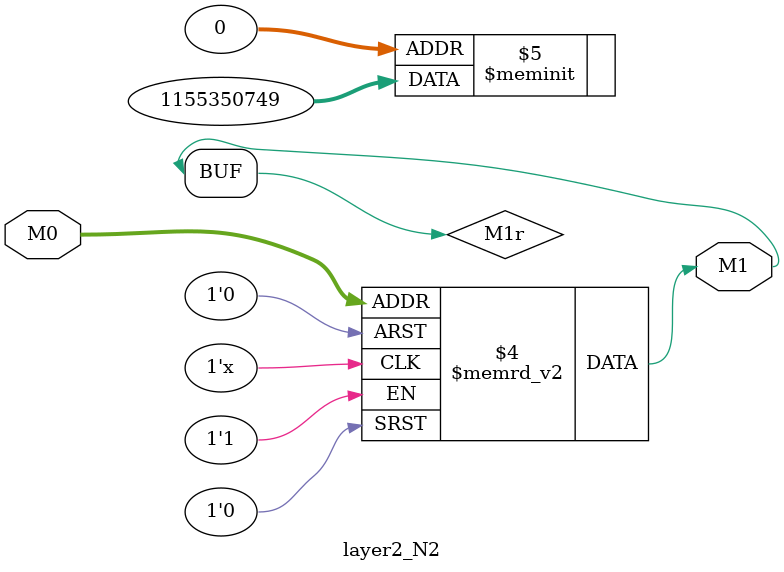
<source format=v>
module layer2_N2 ( input [4:0] M0, output [0:0] M1 );

	(*rom_style = "distributed" *) reg [0:0] M1r;
	assign M1 = M1r;
	always @ (M0) begin
		case (M0)
			5'b00000: M1r = 1'b1;
			5'b10000: M1r = 1'b1;
			5'b01000: M1r = 1'b0;
			5'b11000: M1r = 1'b0;
			5'b00100: M1r = 1'b1;
			5'b10100: M1r = 1'b1;
			5'b01100: M1r = 1'b0;
			5'b11100: M1r = 1'b0;
			5'b00010: M1r = 1'b1;
			5'b10010: M1r = 1'b1;
			5'b01010: M1r = 1'b0;
			5'b11010: M1r = 1'b1;
			5'b00110: M1r = 1'b1;
			5'b10110: M1r = 1'b1;
			5'b01110: M1r = 1'b1;
			5'b11110: M1r = 1'b1;
			5'b00001: M1r = 1'b0;
			5'b10001: M1r = 1'b0;
			5'b01001: M1r = 1'b0;
			5'b11001: M1r = 1'b0;
			5'b00101: M1r = 1'b0;
			5'b10101: M1r = 1'b0;
			5'b01101: M1r = 1'b0;
			5'b11101: M1r = 1'b0;
			5'b00011: M1r = 1'b1;
			5'b10011: M1r = 1'b1;
			5'b01011: M1r = 1'b0;
			5'b11011: M1r = 1'b0;
			5'b00111: M1r = 1'b1;
			5'b10111: M1r = 1'b1;
			5'b01111: M1r = 1'b0;
			5'b11111: M1r = 1'b0;

		endcase
	end
endmodule

</source>
